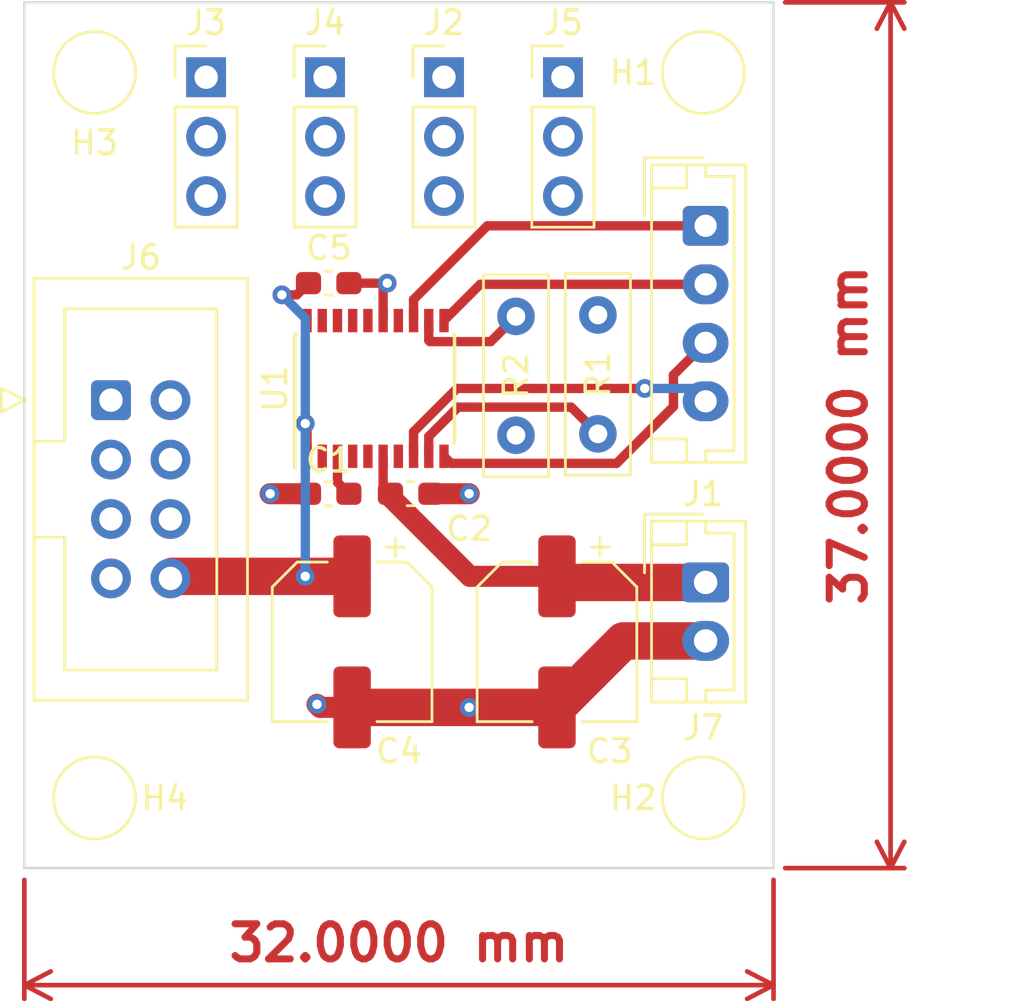
<source format=kicad_pcb>
(kicad_pcb (version 20221018) (generator pcbnew)
  (layers (0 "F.Cu" signal) (31 "B.Cu" signal) (34 "B.Paste" user) (35 "F.Paste" user) (36 "B.SilkS" user "B.Silkscreen") (37 "F.SilkS" user "F.Silkscreen") (38 "B.Mask" user) (39 "F.Mask" user) (44 "Edge.Cuts" user))
  (net 0 "")
  (net 1 "GND")
  (net 2 "Net-(U1-OSC)")
  (net 3 "VDD")
  (net 4 "VCC")
  (net 5 "Net-(J1-Pin_1)")
  (net 6 "Net-(J1-Pin_2)")
  (net 7 "Net-(J1-Pin_3)")
  (net 8 "Net-(J1-Pin_4)")
  (net 9 "Net-(J2-Pin_2)")
  (net 10 "Net-(J3-Pin_2)")
  (net 11 "Net-(J4-Pin_2)")
  (net 12 "Net-(J5-Pin_2)")
  (net 13 "/CW{slash}CCW")
  (net 14 "/CK")
  (net 15 "/RESET")
  (net 16 "/ENABLE")
  (net 17 "/STBY")
  (net 18 "/MO")
  (net 19 "Net-(U1-RFB)")
  (net 20 "Net-(U1-RFA)")
  (footprint "Capacitor_SMD:C_0603_1608Metric_Pad1.08x0.95mm_HandSolder" (layer "F.Cu") (at 152.5 94 180)
    (fp_text reference "C2" (at -2.5 -1.5) (layer "F.SilkS"))
    (fp_text value "0.1uF")
    (fp_line (start -0.146267 -0.51) (end 0.146267 -0.51) (stroke (width 0.12)) (layer "F.SilkS"))
    (fp_line (start -0.146267 0.51) (end 0.146267 0.51) (stroke (width 0.12)) (layer "F.SilkS"))
    (pad "1" smd roundrect (at -0.8625 0 180) (size 1.075 0.95) (layers "F.Cu" "F.Paste" "F.Mask") (net 1 "GND"))
    (pad "2" smd roundrect (at 0.8625 0 180) (size 1.075 0.95) (layers "F.Cu" "F.Paste" "F.Mask") (net 3 "VDD"))
  )
  (footprint "KiCAD_lib:Hole3mm" (layer "F.Cu") (at 165 107)
    (fp_text reference "H2" (at -3 0 unlocked) (layer "F.SilkS"))
    (fp_text value "3mm")
    (fp_circle (center 0 0) (end 1.75 0) (stroke (width 0.12)) (fill none) (layer "F.SilkS"))
    (pad "" np_thru_hole circle (at 0 0) (size 3 3) (drill 3) (layers "F&B.Cu"))
  )
  (footprint "Capacitor_SMD:CP_Elec_6.3x5.4" (layer "F.Cu") (at 150 100.33 -90)
    (fp_text reference "C4" (at 4.67 -2 -180) (layer "F.SilkS"))
    (fp_text value "47uF")
    (fp_line (start -4.4375 -1.8475) (end -3.65 -1.8475) (stroke (width 0.12)) (layer "F.SilkS"))
    (fp_line (start -4.04375 -2.24125) (end -4.04375 -1.45375) (stroke (width 0.12)) (layer "F.SilkS"))
    (fp_line (start -3.41 -2.345563) (end -3.41 -1.06) (stroke (width 0.12)) (layer "F.SilkS"))
    (fp_line (start -3.41 -2.345563) (end -2.345563 -3.41) (stroke (width 0.12)) (layer "F.SilkS"))
    (fp_line (start -3.41 2.345563) (end -3.41 1.06) (stroke (width 0.12)) (layer "F.SilkS"))
    (fp_line (start -3.41 2.345563) (end -2.345563 3.41) (stroke (width 0.12)) (layer "F.SilkS"))
    (fp_line (start -2.345563 -3.41) (end 3.41 -3.41) (stroke (width 0.12)) (layer "F.SilkS"))
    (fp_line (start -2.345563 3.41) (end 3.41 3.41) (stroke (width 0.12)) (layer "F.SilkS"))
    (fp_line (start 3.41 -3.41) (end 3.41 -1.06) (stroke (width 0.12)) (layer "F.SilkS"))
    (fp_line (start 3.41 3.41) (end 3.41 1.06) (stroke (width 0.12)) (layer "F.SilkS"))
    (pad "1" smd roundrect (at -2.8 0 270) (size 3.5 1.6) (layers "F.Cu" "F.Paste" "F.Mask") (roundrect_rratio 0.15625) (net 4 "VCC"))
    (pad "2" smd roundrect (at 2.8 0 270) (size 3.5 1.6) (layers "F.Cu" "F.Paste" "F.Mask") (roundrect_rratio 0.15625) (net 1 "GND"))
  )
  (footprint "Connector_JST:JST_EH_B4B-EH-A_1x04_P2.50mm_Vertical" (layer "F.Cu") (at 165.1 82.55 -90)
    (fp_text reference "J1" (at 11.45 0.1 -180) (layer "F.SilkS"))
    (fp_text value "STEP-MOTOR")
    (fp_line (start -2.91 0.11) (end -2.91 2.61) (stroke (width 0.12)) (layer "F.SilkS"))
    (fp_line (start -2.91 2.61) (end -0.41 2.61) (stroke (width 0.12)) (layer "F.SilkS"))
    (fp_line (start -2.61 -1.71) (end -2.61 2.31) (stroke (width 0.12)) (layer "F.SilkS"))
    (fp_line (start -2.61 0) (end -2.11 0) (stroke (width 0.12)) (layer "F.SilkS"))
    (fp_line (start -2.61 0.81) (end -1.61 0.81) (stroke (width 0.12)) (layer "F.SilkS"))
    (fp_line (start -2.61 2.31) (end 10.11 2.31) (stroke (width 0.12)) (layer "F.SilkS"))
    (fp_line (start -2.11 -1.21) (end 9.61 -1.21) (stroke (width 0.12)) (layer "F.SilkS"))
    (fp_line (start -2.11 0) (end -2.11 -1.21) (stroke (width 0.12)) (layer "F.SilkS"))
    (fp_line (start -1.61 0.81) (end -1.61 2.31) (stroke (width 0.12)) (layer "F.SilkS"))
    (fp_line (start 9.11 0.81) (end 9.11 2.31) (stroke (width 0.12)) (layer "F.SilkS"))
    (fp_line (start 9.61 -1.21) (end 9.61 0) (stroke (width 0.12)) (layer "F.SilkS"))
    (fp_line (start 9.61 0) (end 10.11 0) (stroke (width 0.12)) (layer "F.SilkS"))
    (fp_line (start 10.11 -1.71) (end -2.61 -1.71) (stroke (width 0.12)) (layer "F.SilkS"))
    (fp_line (start 10.11 0.81) (end 9.11 0.81) (stroke (width 0.12)) (layer "F.SilkS"))
    (fp_line (start 10.11 2.31) (end 10.11 -1.71) (stroke (width 0.12)) (layer "F.SilkS"))
    (pad "1" thru_hole roundrect (at 0 0 270) (size 1.7 1.95) (drill 0.95) (layers "*.Cu" "*.Mask") (roundrect_rratio 0.147059) (net 5 "Net-(J1-Pin_1)"))
    (pad "2" thru_hole oval (at 2.5 0 270) (size 1.7 1.95) (drill 0.95) (layers "*.Cu" "*.Mask") (net 6 "Net-(J1-Pin_2)"))
    (pad "3" thru_hole oval (at 5 0 270) (size 1.7 1.95) (drill 0.95) (layers "*.Cu" "*.Mask") (net 7 "Net-(J1-Pin_3)"))
    (pad "4" thru_hole oval (at 7.5 0 270) (size 1.7 1.95) (drill 0.95) (layers "*.Cu" "*.Mask") (net 8 "Net-(J1-Pin_4)"))
  )
  (footprint "Resistor_THT:R_Box_L8.4mm_W2.5mm_P5.08mm" (layer "F.Cu") (at 160.5 86.36 -90)
    (fp_text reference "R1" (at 2.54 0 90) (layer "F.SilkS"))
    (fp_text value "2")
    (fp_line (start -1.77 -1.39) (end -1.77 1.39) (stroke (width 0.12)) (layer "F.SilkS"))
    (fp_line (start -1.77 -1.39) (end 6.85 -1.39) (stroke (width 0.12)) (layer "F.SilkS"))
    (fp_line (start -1.77 1.39) (end 6.85 1.39) (stroke (width 0.12)) (layer "F.SilkS"))
    (fp_line (start 6.85 -1.39) (end 6.85 1.39) (stroke (width 0.12)) (layer "F.SilkS"))
    (pad "1" thru_hole circle (at 0 0 270) (size 1.6 1.6) (drill 0.8) (layers "*.Cu" "*.Mask") (net 1 "GND"))
    (pad "2" thru_hole circle (at 5.08 0 270) (size 1.6 1.6) (drill 0.8) (layers "*.Cu" "*.Mask") (net 19 "Net-(U1-RFB)"))
  )
  (footprint "Connector_JST:JST_EH_B2B-EH-A_1x02_P2.50mm_Vertical" (layer "F.Cu") (at 165.1 97.79 -90)
    (fp_text reference "J7" (at 6.21 0.1 -180) (layer "F.SilkS"))
    (fp_text value "POWER")
    (fp_line (start -2.91 0.11) (end -2.91 2.61) (stroke (width 0.12)) (layer "F.SilkS"))
    (fp_line (start -2.91 2.61) (end -0.41 2.61) (stroke (width 0.12)) (layer "F.SilkS"))
    (fp_line (start -2.61 -1.71) (end -2.61 2.31) (stroke (width 0.12)) (layer "F.SilkS"))
    (fp_line (start -2.61 0) (end -2.11 0) (stroke (width 0.12)) (layer "F.SilkS"))
    (fp_line (start -2.61 0.81) (end -1.61 0.81) (stroke (width 0.12)) (layer "F.SilkS"))
    (fp_line (start -2.61 2.31) (end 5.11 2.31) (stroke (width 0.12)) (layer "F.SilkS"))
    (fp_line (start -2.11 -1.21) (end 4.61 -1.21) (stroke (width 0.12)) (layer "F.SilkS"))
    (fp_line (start -2.11 0) (end -2.11 -1.21) (stroke (width 0.12)) (layer "F.SilkS"))
    (fp_line (start -1.61 0.81) (end -1.61 2.31) (stroke (width 0.12)) (layer "F.SilkS"))
    (fp_line (start 4.11 0.81) (end 4.11 2.31) (stroke (width 0.12)) (layer "F.SilkS"))
    (fp_line (start 4.61 -1.21) (end 4.61 0) (stroke (width 0.12)) (layer "F.SilkS"))
    (fp_line (start 4.61 0) (end 5.11 0) (stroke (width 0.12)) (layer "F.SilkS"))
    (fp_line (start 5.11 -1.71) (end -2.61 -1.71) (stroke (width 0.12)) (layer "F.SilkS"))
    (fp_line (start 5.11 0.81) (end 4.11 0.81) (stroke (width 0.12)) (layer "F.SilkS"))
    (fp_line (start 5.11 2.31) (end 5.11 -1.71) (stroke (width 0.12)) (layer "F.SilkS"))
    (pad "1" thru_hole roundrect (at 0 0 270) (size 1.7 2) (drill 1) (layers "*.Cu" "*.Mask") (roundrect_rratio 0.147059) (net 3 "VDD"))
    (pad "2" thru_hole oval (at 2.5 0 270) (size 1.7 2) (drill 1) (layers "*.Cu" "*.Mask") (net 1 "GND"))
  )
  (footprint "Capacitor_SMD:CP_Elec_6.3x5.4" (layer "F.Cu") (at 158.75 100.33 -90)
    (fp_text reference "C3" (at 4.67 -2.25 -180) (layer "F.SilkS"))
    (fp_text value "47uF")
    (fp_line (start -4.4375 -1.8475) (end -3.65 -1.8475) (stroke (width 0.12)) (layer "F.SilkS"))
    (fp_line (start -4.04375 -2.24125) (end -4.04375 -1.45375) (stroke (width 0.12)) (layer "F.SilkS"))
    (fp_line (start -3.41 -2.345563) (end -3.41 -1.06) (stroke (width 0.12)) (layer "F.SilkS"))
    (fp_line (start -3.41 -2.345563) (end -2.345563 -3.41) (stroke (width 0.12)) (layer "F.SilkS"))
    (fp_line (start -3.41 2.345563) (end -3.41 1.06) (stroke (width 0.12)) (layer "F.SilkS"))
    (fp_line (start -3.41 2.345563) (end -2.345563 3.41) (stroke (width 0.12)) (layer "F.SilkS"))
    (fp_line (start -2.345563 -3.41) (end 3.41 -3.41) (stroke (width 0.12)) (layer "F.SilkS"))
    (fp_line (start -2.345563 3.41) (end 3.41 3.41) (stroke (width 0.12)) (layer "F.SilkS"))
    (fp_line (start 3.41 -3.41) (end 3.41 -1.06) (stroke (width 0.12)) (layer "F.SilkS"))
    (fp_line (start 3.41 3.41) (end 3.41 1.06) (stroke (width 0.12)) (layer "F.SilkS"))
    (pad "1" smd roundrect (at -2.8 0 270) (size 3.5 1.6) (layers "F.Cu" "F.Paste" "F.Mask") (roundrect_rratio 0.15625) (net 3 "VDD"))
    (pad "2" smd roundrect (at 2.8 0 270) (size 3.5 1.6) (layers "F.Cu" "F.Paste" "F.Mask") (roundrect_rratio 0.15625) (net 1 "GND"))
  )
  (footprint "KiCAD_lib:Hole3mm" (layer "F.Cu") (at 139 107)
    (fp_text reference "H4" (at 3 0 unlocked) (layer "F.SilkS"))
    (fp_text value "3mm")
    (fp_circle (center 0 0) (end 1.75 0) (stroke (width 0.12)) (fill none) (layer "F.SilkS"))
    (pad "" np_thru_hole circle (at 0 0) (size 3 3) (drill 3) (layers "F&B.Cu"))
  )
  (footprint "Capacitor_SMD:C_0603_1608Metric_Pad1.08x0.95mm_HandSolder" (layer "F.Cu") (at 149 94)
    (fp_text reference "C1" (at 0 -1.43) (layer "F.SilkS"))
    (fp_text value "220pF")
    (fp_line (start -0.146267 -0.51) (end 0.146267 -0.51) (stroke (width 0.12)) (layer "F.SilkS"))
    (fp_line (start -0.146267 0.51) (end 0.146267 0.51) (stroke (width 0.12)) (layer "F.SilkS"))
    (pad "1" smd roundrect (at -0.8625 0) (size 1.075 0.95) (layers "F.Cu" "F.Paste" "F.Mask") (net 1 "GND"))
    (pad "2" smd roundrect (at 0.8625 0) (size 1.075 0.95) (layers "F.Cu" "F.Paste" "F.Mask") (net 2 "Net-(U1-OSC)"))
  )
  (footprint "Connector_PinHeader_2.54mm:PinHeader_1x03_P2.54mm_Vertical" (layer "F.Cu") (at 153.924 76.2)
    (fp_text reference "J2" (at 0 -2.33) (layer "F.SilkS"))
    (fp_text value "H:0.5V/L:0.125V")
    (fp_line (start -1.33 -1.33) (end 0 -1.33) (stroke (width 0.12)) (layer "F.SilkS"))
    (fp_line (start -1.33 0) (end -1.33 -1.33) (stroke (width 0.12)) (layer "F.SilkS"))
    (fp_line (start -1.33 1.27) (end -1.33 6.41) (stroke (width 0.12)) (layer "F.SilkS"))
    (fp_line (start -1.33 1.27) (end 1.33 1.27) (stroke (width 0.12)) (layer "F.SilkS"))
    (fp_line (start -1.33 6.41) (end 1.33 6.41) (stroke (width 0.12)) (layer "F.SilkS"))
    (fp_line (start 1.33 1.27) (end 1.33 6.41) (stroke (width 0.12)) (layer "F.SilkS"))
    (pad "1" thru_hole rect (at 0 0) (size 1.7 1.7) (drill 1) (layers "*.Cu" "*.Mask") (net 4 "VCC"))
    (pad "2" thru_hole oval (at 0 2.54) (size 1.7 1.7) (drill 1) (layers "*.Cu" "*.Mask") (net 9 "Net-(J2-Pin_2)"))
    (pad "3" thru_hole oval (at 0 5.08) (size 1.7 1.7) (drill 1) (layers "*.Cu" "*.Mask") (net 1 "GND"))
  )
  (footprint "Connector_PinHeader_2.54mm:PinHeader_1x03_P2.54mm_Vertical" (layer "F.Cu") (at 148.844 76.2)
    (fp_text reference "J4" (at 0 -2.33) (layer "F.SilkS"))
    (fp_text value "M2")
    (fp_line (start -1.33 -1.33) (end 0 -1.33) (stroke (width 0.12)) (layer "F.SilkS"))
    (fp_line (start -1.33 0) (end -1.33 -1.33) (stroke (width 0.12)) (layer "F.SilkS"))
    (fp_line (start -1.33 1.27) (end -1.33 6.41) (stroke (width 0.12)) (layer "F.SilkS"))
    (fp_line (start -1.33 1.27) (end 1.33 1.27) (stroke (width 0.12)) (layer "F.SilkS"))
    (fp_line (start -1.33 6.41) (end 1.33 6.41) (stroke (width 0.12)) (layer "F.SilkS"))
    (fp_line (start 1.33 1.27) (end 1.33 6.41) (stroke (width 0.12)) (layer "F.SilkS"))
    (pad "1" thru_hole rect (at 0 0) (size 1.7 1.7) (drill 1) (layers "*.Cu" "*.Mask") (net 4 "VCC"))
    (pad "2" thru_hole oval (at 0 2.54) (size 1.7 1.7) (drill 1) (layers "*.Cu" "*.Mask") (net 11 "Net-(J4-Pin_2)"))
    (pad "3" thru_hole oval (at 0 5.08) (size 1.7 1.7) (drill 1) (layers "*.Cu" "*.Mask") (net 1 "GND"))
  )
  (footprint "KiCAD_lib:Hole3mm" (layer "F.Cu") (at 139 76)
    (fp_text reference "H3" (at 0 3 unlocked) (layer "F.SilkS"))
    (fp_text value "3mm")
    (fp_circle (center 0 0) (end 1.75 0) (stroke (width 0.12)) (fill none) (layer "F.SilkS"))
    (pad "" np_thru_hole circle (at 0 0) (size 3 3) (drill 3) (layers "F&B.Cu"))
  )
  (footprint "Capacitor_SMD:C_0603_1608Metric_Pad1.08x0.95mm_HandSolder" (layer "F.Cu") (at 149 85 180)
    (fp_text reference "C5" (at 0 1.5) (layer "F.SilkS"))
    (fp_text value "0.1uF")
    (fp_line (start -0.146267 -0.51) (end 0.146267 -0.51) (stroke (width 0.12)) (layer "F.SilkS"))
    (fp_line (start -0.146267 0.51) (end 0.146267 0.51) (stroke (width 0.12)) (layer "F.SilkS"))
    (pad "1" smd roundrect (at -0.8625 0 180) (size 1.075 0.95) (layers "F.Cu" "F.Paste" "F.Mask") (net 1 "GND"))
    (pad "2" smd roundrect (at 0.8625 0 180) (size 1.075 0.95) (layers "F.Cu" "F.Paste" "F.Mask") (net 4 "VCC"))
  )
  (footprint "Package_SO:SSOP-20_4.4x6.5mm_P0.65mm" (layer "F.Cu") (at 151 89.5 90)
    (fp_text reference "U1" (at 0 -4.3 90) (layer "F.SilkS"))
    (fp_text value "TB6608FNG")
    (fp_line (start -3.4 -3.45) (end 2.325 -3.45) (stroke (width 0.15)) (layer "F.SilkS"))
    (fp_line (start -2.325 3.375) (end -2.325 3.35) (stroke (width 0.15)) (layer "F.SilkS"))
    (fp_line (start -2.325 3.375) (end 2.325 3.375) (stroke (width 0.15)) (layer "F.SilkS"))
    (fp_line (start 2.325 -3.45) (end 2.325 -3.35) (stroke (width 0.15)) (layer "F.SilkS"))
    (fp_line (start 2.325 3.375) (end 2.325 3.35) (stroke (width 0.15)) (layer "F.SilkS"))
    (pad "1" smd rect (at -2.9 -2.925 90) (size 1 0.4) (layers "F.Cu" "F.Paste" "F.Mask") (net 4 "VCC"))
    (pad "2" smd rect (at -2.9 -2.275 90) (size 1 0.4) (layers "F.Cu" "F.Paste" "F.Mask") (net 17 "/STBY"))
    (pad "3" smd rect (at -2.9 -1.625 90) (size 1 0.4) (layers "F.Cu" "F.Paste" "F.Mask") (net 2 "Net-(U1-OSC)"))
    (pad "4" smd rect (at -2.9 -0.975 90) (size 1 0.4) (layers "F.Cu" "F.Paste" "F.Mask") (net 10 "Net-(J3-Pin_2)"))
    (pad "5" smd rect (at -2.9 -0.325 90) (size 1 0.4) (layers "F.Cu" "F.Paste" "F.Mask") (net 11 "Net-(J4-Pin_2)"))
    (pad "6" smd rect (at -2.9 0.325 90) (size 1 0.4) (layers "F.Cu" "F.Paste" "F.Mask") (net 3 "VDD"))
    (pad "7" smd rect (at -2.9 0.975 90) (size 1 0.4) (layers "F.Cu" "F.Paste" "F.Mask") (net 13 "/CW{slash}CCW"))
    (pad "8" smd rect (at -2.9 1.625 90) (size 1 0.4) (layers "F.Cu" "F.Paste" "F.Mask") (net 8 "Net-(J1-Pin_4)"))
    (pad "9" smd rect (at -2.9 2.275 90) (size 1 0.4) (layers "F.Cu" "F.Paste" "F.Mask") (net 19 "Net-(U1-RFB)"))
    (pad "10" smd rect (at -2.9 2.925 90) (size 1 0.4) (layers "F.Cu" "F.Paste" "F.Mask") (net 7 "Net-(J1-Pin_3)"))
    (pad "11" smd rect (at 2.9 2.925 90) (size 1 0.4) (layers "F.Cu" "F.Paste" "F.Mask") (net 6 "Net-(J1-Pin_2)"))
    (pad "12" smd rect (at 2.9 2.275 90) (size 1 0.4) (layers "F.Cu" "F.Paste" "F.Mask") (net 20 "Net-(U1-RFA)"))
    (pad "13" smd rect (at 2.9 1.625 90) (size 1 0.4) (layers "F.Cu" "F.Paste" "F.Mask") (net 5 "Net-(J1-Pin_1)"))
    (pad "14" smd rect (at 2.9 0.975 90) (size 1 0.4) (layers "F.Cu" "F.Paste" "F.Mask") (net 15 "/RESET"))
    (pad "15" smd rect (at 2.9 0.325 90) (size 1 0.4) (layers "F.Cu" "F.Paste" "F.Mask") (net 1 "GND"))
    (pad "16" smd rect (at 2.9 -0.325 90) (size 1 0.4) (layers "F.Cu" "F.Paste" "F.Mask") (net 18 "/MO"))
    (pad "17" smd rect (at 2.9 -0.975 90) (size 1 0.4) (layers "F.Cu" "F.Paste" "F.Mask") (net 9 "Net-(J2-Pin_2)"))
    (pad "18" smd rect (at 2.9 -1.625 90) (size 1 0.4) (layers "F.Cu" "F.Paste" "F.Mask") (net 12 "Net-(J5-Pin_2)"))
    (pad "19" smd rect (at 2.9 -2.275 90) (size 1 0.4) (layers "F.Cu" "F.Paste" "F.Mask") (net 16 "/ENABLE"))
    (pad "20" smd rect (at 2.9 -2.925 90) (size 1 0.4) (layers "F.Cu" "F.Paste" "F.Mask") (net 14 "/CK"))
  )
  (footprint "Connector_PinHeader_2.54mm:PinHeader_1x03_P2.54mm_Vertical" (layer "F.Cu") (at 143.764 76.2)
    (fp_text reference "J3" (at 0 -2.33) (layer "F.SilkS"))
    (fp_text value "M1")
    (fp_line (start -1.33 -1.33) (end 0 -1.33) (stroke (width 0.12)) (layer "F.SilkS"))
    (fp_line (start -1.33 0) (end -1.33 -1.33) (stroke (width 0.12)) (layer "F.SilkS"))
    (fp_line (start -1.33 1.27) (end -1.33 6.41) (stroke (width 0.12)) (layer "F.SilkS"))
    (fp_line (start -1.33 1.27) (end 1.33 1.27) (stroke (width 0.12)) (layer "F.SilkS"))
    (fp_line (start -1.33 6.41) (end 1.33 6.41) (stroke (width 0.12)) (layer "F.SilkS"))
    (fp_line (start 1.33 1.27) (end 1.33 6.41) (stroke (width 0.12)) (layer "F.SilkS"))
    (pad "1" thru_hole rect (at 0 0) (size 1.7 1.7) (drill 1) (layers "*.Cu" "*.Mask") (net 4 "VCC"))
    (pad "2" thru_hole oval (at 0 2.54) (size 1.7 1.7) (drill 1) (layers "*.Cu" "*.Mask") (net 10 "Net-(J3-Pin_2)"))
    (pad "3" thru_hole oval (at 0 5.08) (size 1.7 1.7) (drill 1) (layers "*.Cu" "*.Mask") (net 1 "GND"))
  )
  (footprint "Connector_IDC:IDC-Header_2x04_P2.54mm_Vertical" (layer "F.Cu") (at 139.7 90)
    (fp_text reference "J6" (at 1.27 -6.1) (layer "F.SilkS"))
    (fp_text value "I/F")
    (fp_line (start -4.68 -0.5) (end -4.68 0.5) (stroke (width 0.12)) (layer "F.SilkS"))
    (fp_line (start -4.68 0.5) (end -3.68 0) (stroke (width 0.12)) (layer "F.SilkS"))
    (fp_line (start -3.68 0) (end -4.68 -0.5) (stroke (width 0.12)) (layer "F.SilkS"))
    (fp_line (start -3.29 -5.21) (end 5.83 -5.21) (stroke (width 0.12)) (layer "F.SilkS"))
    (fp_line (start -3.29 1.76) (end -1.98 1.76) (stroke (width 0.12)) (layer "F.SilkS"))
    (fp_line (start -3.29 12.83) (end -3.29 -5.21) (stroke (width 0.12)) (layer "F.SilkS"))
    (fp_line (start -1.98 -3.91) (end 4.52 -3.91) (stroke (width 0.12)) (layer "F.SilkS"))
    (fp_line (start -1.98 1.76) (end -1.98 -3.91) (stroke (width 0.12)) (layer "F.SilkS"))
    (fp_line (start -1.98 5.86) (end -3.29 5.86) (stroke (width 0.12)) (layer "F.SilkS"))
    (fp_line (start -1.98 5.86) (end -1.98 5.86) (stroke (width 0.12)) (layer "F.SilkS"))
    (fp_line (start -1.98 11.53) (end -1.98 5.86) (stroke (width 0.12)) (layer "F.SilkS"))
    (fp_line (start 4.52 -3.91) (end 4.52 11.53) (stroke (width 0.12)) (layer "F.SilkS"))
    (fp_line (start 4.52 11.53) (end -1.98 11.53) (stroke (width 0.12)) (layer "F.SilkS"))
    (fp_line (start 5.83 -5.21) (end 5.83 12.83) (stroke (width 0.12)) (layer "F.SilkS"))
    (fp_line (start 5.83 12.83) (end -3.29 12.83) (stroke (width 0.12)) (layer "F.SilkS"))
    (pad "1" thru_hole roundrect (at 0 0) (size 1.7 1.7) (drill 1) (layers "*.Cu" "*.Mask") (roundrect_rratio 0.147059) (net 13 "/CW{slash}CCW"))
    (pad "2" thru_hole circle (at 2.54 0) (size 1.7 1.7) (drill 1) (layers "*.Cu" "*.Mask") (net 14 "/CK"))
    (pad "3" thru_hole circle (at 0 2.54) (size 1.7 1.7) (drill 1) (layers "*.Cu" "*.Mask") (net 15 "/RESET"))
    (pad "4" thru_hole circle (at 2.54 2.54) (size 1.7 1.7) (drill 1) (layers "*.Cu" "*.Mask") (net 16 "/ENABLE"))
    (pad "5" thru_hole circle (at 0 5.08) (size 1.7 1.7) (drill 1) (layers "*.Cu" "*.Mask") (net 17 "/STBY"))
    (pad "6" thru_hole circle (at 2.54 5.08) (size 1.7 1.7) (drill 1) (layers "*.Cu" "*.Mask") (net 18 "/MO"))
    (pad "7" thru_hole circle (at 0 7.62) (size 1.7 1.7) (drill 1) (layers "*.Cu" "*.Mask") (net 1 "GND"))
    (pad "8" thru_hole circle (at 2.54 7.62) (size 1.7 1.7) (drill 1) (layers "*.Cu" "*.Mask") (net 4 "VCC"))
  )
  (footprint "Resistor_THT:R_Box_L8.4mm_W2.5mm_P5.08mm" (layer "F.Cu") (at 157 91.5 90)
    (fp_text reference "R2" (at 2.54 0 90) (layer "F.SilkS"))
    (fp_text value "2")
    (fp_line (start -1.77 -1.39) (end -1.77 1.39) (stroke (width 0.12)) (layer "F.SilkS"))
    (fp_line (start -1.77 -1.39) (end 6.85 -1.39) (stroke (width 0.12)) (layer "F.SilkS"))
    (fp_line (start -1.77 1.39) (end 6.85 1.39) (stroke (width 0.12)) (layer "F.SilkS"))
    (fp_line (start 6.85 -1.39) (end 6.85 1.39) (stroke (width 0.12)) (layer "F.SilkS"))
    (pad "1" thru_hole circle (at 0 0 90) (size 1.6 1.6) (drill 0.8) (layers "*.Cu" "*.Mask") (net 1 "GND"))
    (pad "2" thru_hole circle (at 5.08 0 90) (size 1.6 1.6) (drill 0.8) (layers "*.Cu" "*.Mask") (net 20 "Net-(U1-RFA)"))
  )
  (footprint "Connector_PinHeader_2.54mm:PinHeader_1x03_P2.54mm_Vertical" (layer "F.Cu") (at 159.004 76.2)
    (fp_text reference "J5" (at 0 -2.33) (layer "F.SilkS"))
    (fp_text value "DCY")
    (fp_line (start -1.33 -1.33) (end 0 -1.33) (stroke (width 0.12)) (layer "F.SilkS"))
    (fp_line (start -1.33 0) (end -1.33 -1.33) (stroke (width 0.12)) (layer "F.SilkS"))
    (fp_line (start -1.33 1.27) (end -1.33 6.41) (stroke (width 0.12)) (layer "F.SilkS"))
    (fp_line (start -1.33 1.27) (end 1.33 1.27) (stroke (width 0.12)) (layer "F.SilkS"))
    (fp_line (start -1.33 6.41) (end 1.33 6.41) (stroke (width 0.12)) (layer "F.SilkS"))
    (fp_line (start 1.33 1.27) (end 1.33 6.41) (stroke (width 0.12)) (layer "F.SilkS"))
    (pad "1" thru_hole rect (at 0 0) (size 1.7 1.7) (drill 1) (layers "*.Cu" "*.Mask") (net 4 "VCC"))
    (pad "2" thru_hole oval (at 0 2.54) (size 1.7 1.7) (drill 1) (layers "*.Cu" "*.Mask") (net 12 "Net-(J5-Pin_2)"))
    (pad "3" thru_hole oval (at 0 5.08) (size 1.7 1.7) (drill 1) (layers "*.Cu" "*.Mask") (net 1 "GND"))
  )
  (footprint "KiCAD_lib:Hole3mm" (layer "F.Cu") (at 165 76)
    (fp_text reference "H1" (at -3 0 unlocked) (layer "F.SilkS"))
    (fp_text value "3mm")
    (fp_circle (center 0 0) (end 1.75 0) (stroke (width 0.12)) (fill none) (layer "F.SilkS"))
    (pad "" np_thru_hole circle (at 0 0) (size 3 3) (drill 3) (layers "F&B.Cu"))
  )
  (gr_line (start 136 73) (end 168 73) (stroke (width 0.1)) (layer "Edge.Cuts"))
  (gr_line (start 136 110) (end 136 73) (stroke (width 0.1)) (layer "Edge.Cuts"))
  (gr_line (start 168 73) (end 168 110) (stroke (width 0.1)) (layer "Edge.Cuts"))
  (gr_line (start 168 110) (end 136 110) (stroke (width 0.1)) (layer "Edge.Cuts"))
  (dimension (type aligned) (layer "F.Cu") (pts (xy 168 73) (xy 168 110)) (height -5) (gr_text "37.0000 mm" (at 171.2 91.5 90) (layer "F.Cu") (effects (font (size 1.5 1.5) (thickness 0.3)))) (format (prefix "") (suffix "") (units 3) (units_format 1) (precision 4)) (style (thickness 0.2) (arrow_length 1.27) (text_position_mode 0) (extension_height 0.58642) (extension_offset 0.5) keep_text_aligned))
  (dimension (type aligned) (layer "F.Cu") (pts (xy 136 110) (xy 168 110)) (height 5) (gr_text "32.0000 mm" (at 152 113.2) (layer "F.Cu") (effects (font (size 1.5 1.5) (thickness 0.3)))) (format (prefix "") (suffix "") (units 3) (units_format 1) (precision 4)) (style (thickness 0.2) (arrow_length 1.27) (text_position_mode 0) (extension_height 0.58642) (extension_offset 0.5) keep_text_aligned))
  (segment (start 165.1 100.29) (end 161.59 100.29) (width 1.6) (layer "F.Cu") (net 1))
  (segment (start 146.5 94) (end 148.1375 94) (width 0.9) (layer "F.Cu") (net 1))
  (segment (start 148.63 103.13) (end 148.5 103) (width 0.9) (layer "F.Cu") (net 1))
  (segment (start 151.325 86.6) (end 151.325 85.175) (width 0.4) (layer "F.Cu") (net 1))
  (segment (start 151.325 85.175) (end 151.5 85) (width 0.4) (layer "F.Cu") (net 1))
  (segment (start 153.3625 94) (end 155 94) (width 0.9) (layer "F.Cu") (net 1))
  (segment (start 149.8625 85) (end 151.5 85) (width 0.4) (layer "F.Cu") (net 1))
  (segment (start 150 103.13) (end 148.63 103.13) (width 0.9) (layer "F.Cu") (net 1))
  (segment (start 158.75 103.13) (end 150 103.13) (width 1.6) (layer "F.Cu") (net 1))
  (segment (start 161.59 100.29) (end 158.75 103.13) (width 1.6) (layer "F.Cu") (net 1))
  (via (at 148.5 103) (size 0.8) (drill 0.4) (layers "F.Cu" "B.Cu") (net 1))
  (via (at 155 94) (size 0.8) (drill 0.4) (layers "F.Cu" "B.Cu") (net 1))
  (via (at 151.5 85) (size 0.8) (drill 0.4) (layers "F.Cu" "B.Cu") (net 1))
  (via (at 146.5 94) (size 0.8) (drill 0.4) (layers "F.Cu" "B.Cu") (net 1))
  (via (at 155 103.13) (size 0.8) (drill 0.4) (layers "F.Cu" "B.Cu") (net 1))
  (segment (start 149.375 93.5125) (end 149.8625 94) (width 0.4) (layer "F.Cu") (net 2))
  (segment (start 149.375 92.4) (end 149.375 93.5125) (width 0.4) (layer "F.Cu") (net 2))
  (segment (start 165.1 97.79) (end 159.01 97.79) (width 1.6) (layer "F.Cu") (net 3))
  (segment (start 151.325 93.6875) (end 151.6375 94) (width 0.4) (layer "F.Cu") (net 3))
  (segment (start 155.03 97.53) (end 158.75 97.53) (width 0.9) (layer "F.Cu") (net 3))
  (segment (start 159.01 97.79) (end 158.75 97.53) (width 1.6) (layer "F.Cu") (net 3))
  (segment (start 151.325 92.4) (end 151.325 93.6875) (width 0.4) (layer "F.Cu") (net 3))
  (segment (start 151.6375 94.1375) (end 155.03 97.53) (width 0.9) (layer "F.Cu") (net 3))
  (segment (start 151.6375 94) (end 151.6375 94.1375) (width 0.9) (layer "F.Cu") (net 3))
  (segment (start 148.075 92.4) (end 148.075 91.075) (width 0.4) (layer "F.Cu") (net 4))
  (segment (start 142.33 97.53) (end 142.24 97.62) (width 1.6) (layer "F.Cu") (net 4))
  (segment (start 150 97.53) (end 142.33 97.53) (width 1.6) (layer "F.Cu") (net 4))
  (segment (start 148.075 91.075) (end 148 91) (width 0.4) (layer "F.Cu") (net 4))
  (segment (start 147 85.5) (end 147.6375 85.5) (width 0.4) (layer "F.Cu") (net 4))
  (segment (start 147.6375 85.5) (end 148.1375 85) (width 0.4) (layer "F.Cu") (net 4))
  (via (at 148 91) (size 0.8) (drill 0.4) (layers "F.Cu" "B.Cu") (net 4))
  (via (at 147 85.5) (size 0.8) (drill 0.4) (layers "F.Cu" "B.Cu") (net 4))
  (via (at 148 97.53) (size 0.8) (drill 0.4) (layers "F.Cu" "B.Cu") (net 4))
  (segment (start 148 86.5) (end 147 85.5) (width 0.4) (layer "B.Cu") (net 4))
  (segment (start 148 91) (end 148 97.53) (width 0.4) (layer "B.Cu") (net 4))
  (segment (start 148 91) (end 148 86.5) (width 0.4) (layer "B.Cu") (net 4))
  (segment (start 152.625 85.7) (end 155.775 82.55) (width 0.4) (layer "F.Cu") (net 5))
  (segment (start 152.625 86.6) (end 152.625 85.7) (width 0.4) (layer "F.Cu") (net 5))
  (segment (start 155.775 82.55) (end 165.1 82.55) (width 0.4) (layer "F.Cu") (net 5))
  (segment (start 153.925 86.6) (end 155.475 85.05) (width 0.4) (layer "F.Cu") (net 6))
  (segment (start 155.475 85.05) (end 165.1 85.05) (width 0.4) (layer "F.Cu") (net 6))
  (segment (start 163.725 90.275) (end 163.725 88.925) (width 0.4) (layer "F.Cu") (net 7))
  (segment (start 154.225 92.7) (end 161.3 92.7) (width 0.4) (layer "F.Cu") (net 7))
  (segment (start 163.725 88.925) (end 165.1 87.55) (width 0.4) (layer "F.Cu") (net 7))
  (segment (start 161.3 92.7) (end 163.725 90.275) (width 0.4) (layer "F.Cu") (net 7))
  (segment (start 153.925 92.4) (end 154.225 92.7) (width 0.4) (layer "F.Cu") (net 7))
  (segment (start 152.625 92.4) (end 152.625 91.352178) (width 0.4) (layer "F.Cu") (net 8))
  (segment (start 152.625 91.352178) (end 154.477178 89.5) (width 0.4) (layer "F.Cu") (net 8))
  (segment (start 154.477178 89.5) (end 162.5 89.5) (width 0.4) (layer "F.Cu") (net 8))
  (via (at 162.5 89.5) (size 0.8) (drill 0.4) (layers "F.Cu" "B.Cu") (net 8))
  (segment (start 164.55 89.5) (end 165.1 90.05) (width 0.4) (layer "B.Cu") (net 8))
  (segment (start 162.5 89.5) (end 164.55 89.5) (width 0.4) (layer "B.Cu") (net 8))
  (segment (start 154.525 90.3) (end 159.36 90.3) (width 0.4) (layer "F.Cu") (net 19))
  (segment (start 159.36 90.3) (end 160.5 91.44) (width 0.4) (layer "F.Cu") (net 19))
  (segment (start 153.275 91.55) (end 154.525 90.3) (width 0.4) (layer "F.Cu") (net 19))
  (segment (start 153.275 92.4) (end 153.275 91.55) (width 0.4) (layer "F.Cu") (net 19))
  (segment (start 153.275 87.45) (end 153.275 86.6) (width 0.4) (layer "F.Cu") (net 20))
  (segment (start 157 86.42) (end 155.92 87.5) (width 0.4) (layer "F.Cu") (net 20))
  (segment (start 155.92 87.5) (end 153.325 87.5) (width 0.4) (layer "F.Cu") (net 20))
  (segment (start 153.325 87.5) (end 153.275 87.45) (width 0.4) (layer "F.Cu") (net 20))
)
</source>
